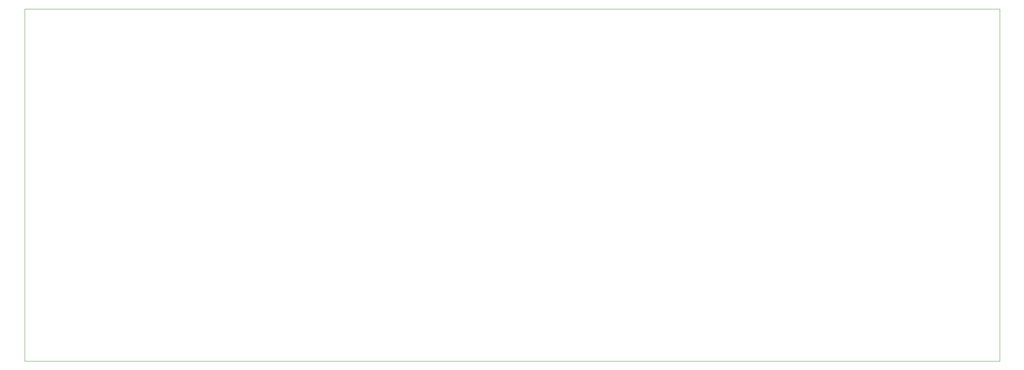
<source format=gbr>
%TF.GenerationSoftware,KiCad,Pcbnew,9.0.1*%
%TF.CreationDate,2025-04-24T14:38:41+02:00*%
%TF.ProjectId,flyback,666c7962-6163-46b2-9e6b-696361645f70,rev?*%
%TF.SameCoordinates,Original*%
%TF.FileFunction,Profile,NP*%
%FSLAX46Y46*%
G04 Gerber Fmt 4.6, Leading zero omitted, Abs format (unit mm)*
G04 Created by KiCad (PCBNEW 9.0.1) date 2025-04-24 14:38:41*
%MOMM*%
%LPD*%
G01*
G04 APERTURE LIST*
%TA.AperFunction,Profile*%
%ADD10C,0.050000*%
%TD*%
G04 APERTURE END LIST*
D10*
X26500000Y-43000000D02*
X247500000Y-43000000D01*
X247500000Y-123000000D01*
X26500000Y-123000000D01*
X26500000Y-43000000D01*
M02*

</source>
